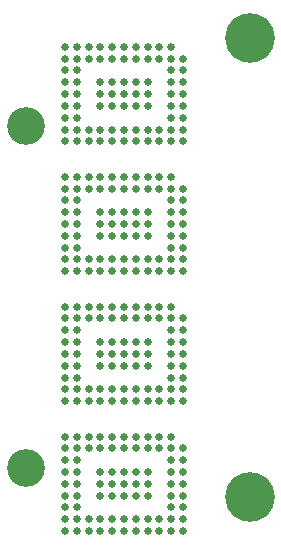
<source format=gbr>
G04*
G04 #@! TF.GenerationSoftware,Altium Limited,Altium Designer,24.9.1 (31)*
G04*
G04 Layer_Color=16711935*
%FSLAX44Y44*%
%MOMM*%
G71*
G04*
G04 #@! TF.SameCoordinates,A13243B6-5239-4C78-9C44-5FE43137C330*
G04*
G04*
G04 #@! TF.FilePolarity,Negative*
G04*
G01*
G75*
%ADD49C,4.2032*%
%ADD62C,0.6532*%
%ADD63C,3.2032*%
D49*
X215000Y439000D02*
D03*
Y50000D02*
D03*
D62*
X58300Y21300D02*
D03*
X68300D02*
D03*
X78300D02*
D03*
X88300D02*
D03*
X98300D02*
D03*
X108300D02*
D03*
X118300D02*
D03*
X128300D02*
D03*
X138300D02*
D03*
X148300D02*
D03*
X158300D02*
D03*
X58300Y31300D02*
D03*
X68300D02*
D03*
X78300D02*
D03*
X88300D02*
D03*
X98300D02*
D03*
X108300D02*
D03*
X118300D02*
D03*
X128300D02*
D03*
X138300D02*
D03*
X148300D02*
D03*
X158300D02*
D03*
X58300Y41300D02*
D03*
X68300D02*
D03*
X148300D02*
D03*
X158300D02*
D03*
X58300Y51300D02*
D03*
X68300D02*
D03*
X88300D02*
D03*
X98300D02*
D03*
X108300D02*
D03*
X118300D02*
D03*
X128300D02*
D03*
X148300D02*
D03*
X158300D02*
D03*
X58300Y61300D02*
D03*
X68300D02*
D03*
X88300D02*
D03*
X98300D02*
D03*
X108300D02*
D03*
X118300D02*
D03*
X128300D02*
D03*
X148300D02*
D03*
X158300D02*
D03*
X58300Y71300D02*
D03*
X68300D02*
D03*
X88300D02*
D03*
X98300D02*
D03*
X108300D02*
D03*
X118300D02*
D03*
X128300D02*
D03*
X148300D02*
D03*
X158300D02*
D03*
X58300Y81300D02*
D03*
X68300D02*
D03*
X148300D02*
D03*
X158300D02*
D03*
X58300Y91300D02*
D03*
X68300D02*
D03*
X78300D02*
D03*
X88300D02*
D03*
X98300D02*
D03*
X108300D02*
D03*
X118300D02*
D03*
X128300D02*
D03*
X138300D02*
D03*
X148300D02*
D03*
X158300D02*
D03*
X58300Y101300D02*
D03*
X68300D02*
D03*
X78300D02*
D03*
X88300D02*
D03*
X98300D02*
D03*
X108300D02*
D03*
X118300D02*
D03*
X128300D02*
D03*
X138300D02*
D03*
X148300D02*
D03*
Y211300D02*
D03*
X138300D02*
D03*
X128300D02*
D03*
X118300D02*
D03*
X108300D02*
D03*
X98300D02*
D03*
X88300D02*
D03*
X78300D02*
D03*
X68300D02*
D03*
X58300D02*
D03*
X158300Y201300D02*
D03*
X148300D02*
D03*
X138300D02*
D03*
X128300D02*
D03*
X118300D02*
D03*
X108300D02*
D03*
X98300D02*
D03*
X88300D02*
D03*
X78300D02*
D03*
X68300D02*
D03*
X58300D02*
D03*
X158300Y191300D02*
D03*
X148300D02*
D03*
X68300D02*
D03*
X58300D02*
D03*
X158300Y181300D02*
D03*
X148300D02*
D03*
X128300D02*
D03*
X118300D02*
D03*
X108300D02*
D03*
X98300D02*
D03*
X88300D02*
D03*
X68300D02*
D03*
X58300D02*
D03*
X158300Y171300D02*
D03*
X148300D02*
D03*
X128300D02*
D03*
X118300D02*
D03*
X108300D02*
D03*
X98300D02*
D03*
X88300D02*
D03*
X68300D02*
D03*
X58300D02*
D03*
X158300Y161300D02*
D03*
X148300D02*
D03*
X128300D02*
D03*
X118300D02*
D03*
X108300D02*
D03*
X98300D02*
D03*
X88300D02*
D03*
X68300D02*
D03*
X58300D02*
D03*
X158300Y151300D02*
D03*
X148300D02*
D03*
X68300D02*
D03*
X58300D02*
D03*
X158300Y141300D02*
D03*
X148300D02*
D03*
X138300D02*
D03*
X128300D02*
D03*
X118300D02*
D03*
X108300D02*
D03*
X98300D02*
D03*
X88300D02*
D03*
X78300D02*
D03*
X68300D02*
D03*
X58300D02*
D03*
X158300Y131300D02*
D03*
X148300D02*
D03*
X138300D02*
D03*
X128300D02*
D03*
X118300D02*
D03*
X108300D02*
D03*
X98300D02*
D03*
X88300D02*
D03*
X78300D02*
D03*
X68300D02*
D03*
X58300D02*
D03*
Y241300D02*
D03*
X68300D02*
D03*
X78300D02*
D03*
X88300D02*
D03*
X98300D02*
D03*
X108300D02*
D03*
X118300D02*
D03*
X128300D02*
D03*
X138300D02*
D03*
X148300D02*
D03*
X158300D02*
D03*
X58300Y251300D02*
D03*
X68300D02*
D03*
X78300D02*
D03*
X88300D02*
D03*
X98300D02*
D03*
X108300D02*
D03*
X118300D02*
D03*
X128300D02*
D03*
X138300D02*
D03*
X148300D02*
D03*
X158300D02*
D03*
X58300Y261300D02*
D03*
X68300D02*
D03*
X148300D02*
D03*
X158300D02*
D03*
X58300Y271300D02*
D03*
X68300D02*
D03*
X88300D02*
D03*
X98300D02*
D03*
X108300D02*
D03*
X118300D02*
D03*
X128300D02*
D03*
X148300D02*
D03*
X158300D02*
D03*
X58300Y281300D02*
D03*
X68300D02*
D03*
X88300D02*
D03*
X98300D02*
D03*
X108300D02*
D03*
X118300D02*
D03*
X128300D02*
D03*
X148300D02*
D03*
X158300D02*
D03*
X58300Y291300D02*
D03*
X68300D02*
D03*
X88300D02*
D03*
X98300D02*
D03*
X108300D02*
D03*
X118300D02*
D03*
X128300D02*
D03*
X148300D02*
D03*
X158300D02*
D03*
X58300Y301300D02*
D03*
X68300D02*
D03*
X148300D02*
D03*
X158300D02*
D03*
X58300Y311300D02*
D03*
X68300D02*
D03*
X78300D02*
D03*
X88300D02*
D03*
X98300D02*
D03*
X108300D02*
D03*
X118300D02*
D03*
X128300D02*
D03*
X138300D02*
D03*
X148300D02*
D03*
X158300D02*
D03*
X58300Y321300D02*
D03*
X68300D02*
D03*
X78300D02*
D03*
X88300D02*
D03*
X98300D02*
D03*
X108300D02*
D03*
X118300D02*
D03*
X128300D02*
D03*
X138300D02*
D03*
X148300D02*
D03*
Y431300D02*
D03*
X138300D02*
D03*
X128300D02*
D03*
X118300D02*
D03*
X108300D02*
D03*
X98300D02*
D03*
X88300D02*
D03*
X78300D02*
D03*
X68300D02*
D03*
X58300D02*
D03*
X158300Y421300D02*
D03*
X148300D02*
D03*
X138300D02*
D03*
X128300D02*
D03*
X118300D02*
D03*
X108300D02*
D03*
X98300D02*
D03*
X88300D02*
D03*
X78300D02*
D03*
X68300D02*
D03*
X58300D02*
D03*
X158300Y411300D02*
D03*
X148300D02*
D03*
X68300D02*
D03*
X58300D02*
D03*
X158300Y401300D02*
D03*
X148300D02*
D03*
X128300D02*
D03*
X118300D02*
D03*
X108300D02*
D03*
X98300D02*
D03*
X88300D02*
D03*
X68300D02*
D03*
X58300D02*
D03*
X158300Y391300D02*
D03*
X148300D02*
D03*
X128300D02*
D03*
X118300D02*
D03*
X108300D02*
D03*
X98300D02*
D03*
X88300D02*
D03*
X68300D02*
D03*
X58300D02*
D03*
X158300Y381300D02*
D03*
X148300D02*
D03*
X128300D02*
D03*
X118300D02*
D03*
X108300D02*
D03*
X98300D02*
D03*
X88300D02*
D03*
X68300D02*
D03*
X58300D02*
D03*
X158300Y371300D02*
D03*
X148300D02*
D03*
X68300D02*
D03*
X58300D02*
D03*
X158300Y361300D02*
D03*
X148300D02*
D03*
X138300D02*
D03*
X128300D02*
D03*
X118300D02*
D03*
X108300D02*
D03*
X98300D02*
D03*
X88300D02*
D03*
X78300D02*
D03*
X68300D02*
D03*
X58300D02*
D03*
X158300Y351300D02*
D03*
X148300D02*
D03*
X138300D02*
D03*
X128300D02*
D03*
X118300D02*
D03*
X108300D02*
D03*
X98300D02*
D03*
X88300D02*
D03*
X78300D02*
D03*
X68300D02*
D03*
X58300D02*
D03*
D63*
X25000Y75000D02*
D03*
Y364000D02*
D03*
M02*

</source>
